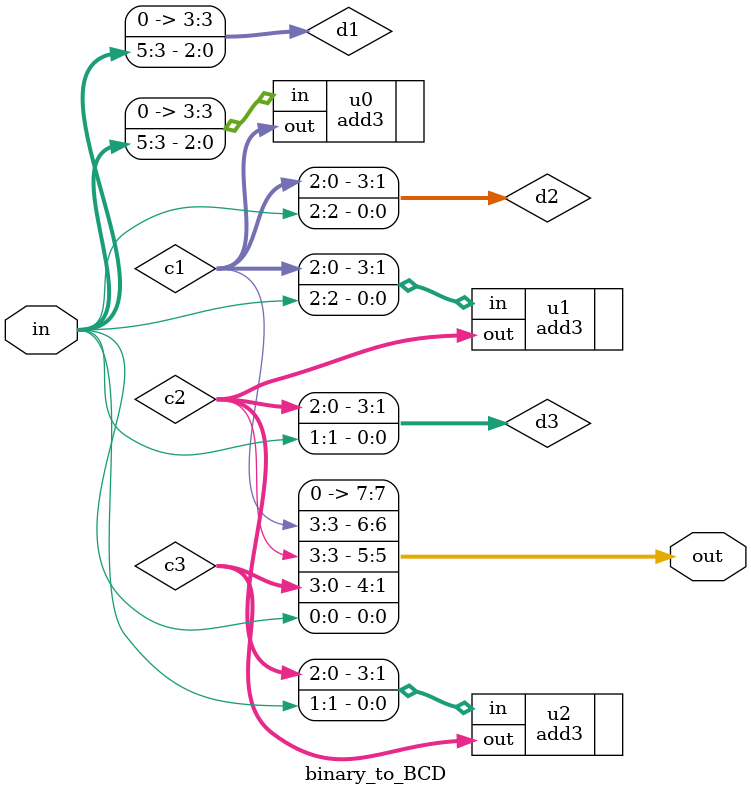
<source format=v>
`timescale 1ns / 1ps


module binary_to_BCD(
    input [5:0] in,
    output [7:0] out
    );
    
    wire [3:0] c1, c2, c3;
    wire [3:0] d1, d2, d3;
    
    assign d1 = {1'b0, in[5:3]};
    assign d2 = {c1[2:0], in[2]};
    assign d3 = {c2[2:0], in[1]};
    
    add3 u0(.in(d1), .out(c1));
    add3 u1(.in(d2), .out(c2));
    add3 u2(.in(d3), .out(c3));
    
    assign out = {1'b0, c1[3], c2[3], c3[3], c3[2], c3[1], c3[0], in[0]};
    
endmodule

</source>
